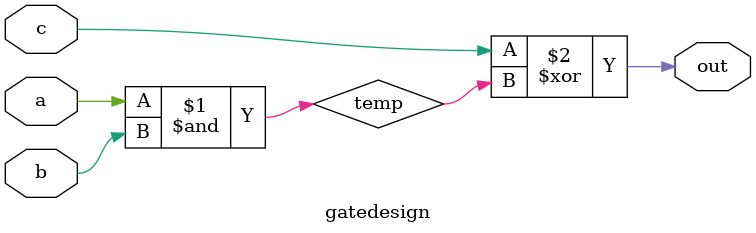
<source format=v>
/* 
 and then and xor gate
*/
module gatedesign
(
 a,
 b,
 c,
 out
 );

	input a;
	input b;
	input c;

	output out;

	wire temp;

   assign temp = a & b;
   assign out = c ^ temp ;
 
endmodule // 
</source>
